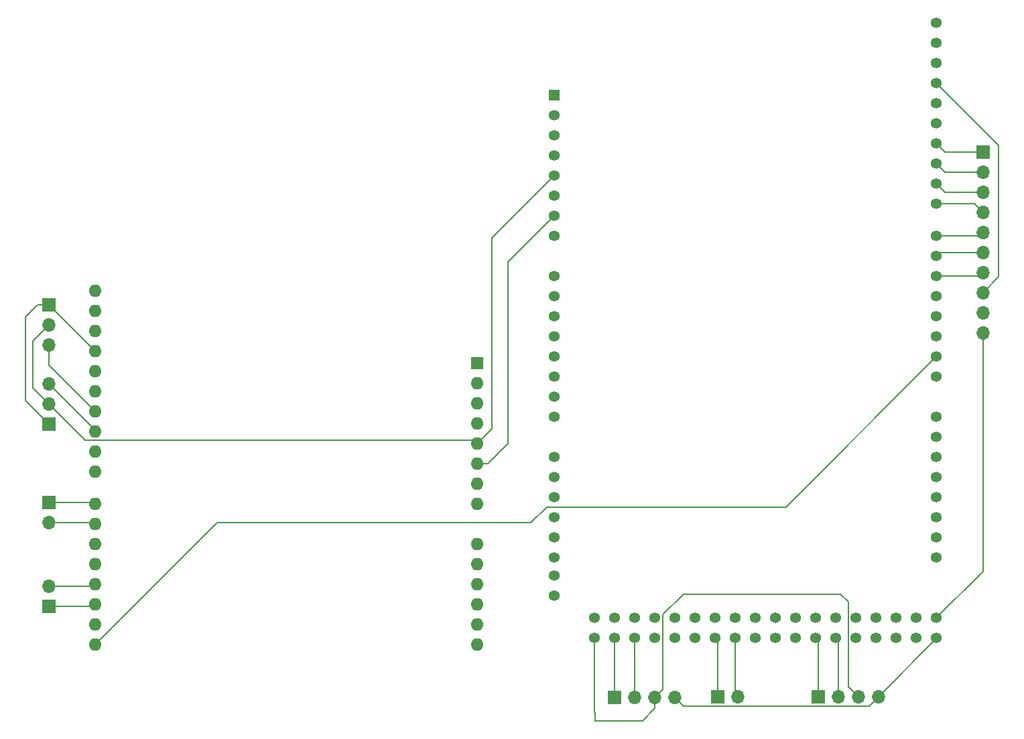
<source format=gbr>
%TF.GenerationSoftware,KiCad,Pcbnew,8.0.3*%
%TF.CreationDate,2024-07-17T21:27:29+08:00*%
%TF.ProjectId,prp_circuit_board,7072705f-6369-4726-9375-69745f626f61,rev?*%
%TF.SameCoordinates,Original*%
%TF.FileFunction,Copper,L1,Top*%
%TF.FilePolarity,Positive*%
%FSLAX46Y46*%
G04 Gerber Fmt 4.6, Leading zero omitted, Abs format (unit mm)*
G04 Created by KiCad (PCBNEW 8.0.3) date 2024-07-17 21:27:29*
%MOMM*%
%LPD*%
G01*
G04 APERTURE LIST*
%TA.AperFunction,ComponentPad*%
%ADD10R,1.700000X1.700000*%
%TD*%
%TA.AperFunction,ComponentPad*%
%ADD11O,1.700000X1.700000*%
%TD*%
%TA.AperFunction,ComponentPad*%
%ADD12C,1.358000*%
%TD*%
%TA.AperFunction,ComponentPad*%
%ADD13R,1.358000X1.358000*%
%TD*%
%TA.AperFunction,ComponentPad*%
%ADD14R,1.600000X1.600000*%
%TD*%
%TA.AperFunction,ComponentPad*%
%ADD15O,1.600000X1.600000*%
%TD*%
%TA.AperFunction,Conductor*%
%ADD16C,0.200000*%
%TD*%
G04 APERTURE END LIST*
D10*
%TO.P,VALVE1,1,Pin_1*%
%TO.N,Net-(VALVE1-Pin_1)*%
X105460000Y-143082826D03*
D11*
%TO.P,VALVE1,2,Pin_2*%
%TO.N,Net-(VALVE1-Pin_2)*%
X108000000Y-143082826D03*
%TO.P,VALVE1,3,Pin_3*%
%TO.N,GND*%
X110540000Y-143082826D03*
%TO.P,VALVE1,4,Pin_4*%
%TO.N,+5V*%
X113080000Y-143082826D03*
%TD*%
D10*
%TO.P,Receiver1,1,Pin_1*%
%TO.N,JOYSTICK_RIGHT_X*%
X152000000Y-74140000D03*
D11*
%TO.P,Receiver1,2,Pin_2*%
%TO.N,JOYSTICK_RIGHT_Y*%
X152000000Y-76680000D03*
%TO.P,Receiver1,3,Pin_3*%
%TO.N,JOYSTICK_LEFT_Y*%
X152000000Y-79220000D03*
%TO.P,Receiver1,4,Pin_4*%
%TO.N,JOYSTICK_LEFT_X*%
X152000000Y-81760000D03*
%TO.P,Receiver1,5,Pin_5*%
%TO.N,CH6_SIGNAL*%
X152000000Y-84300000D03*
%TO.P,Receiver1,6,Pin_6*%
%TO.N,PUMP_SIGNAL*%
X152000000Y-86840000D03*
%TO.P,Receiver1,7,Pin_7*%
%TO.N,ACTUATOR_SIGNAL*%
X152000000Y-89380000D03*
%TO.P,Receiver1,8,Pin_8*%
%TO.N,GND*%
X152000000Y-91920000D03*
%TO.P,Receiver1,9,Pin_9*%
%TO.N,unconnected-(Receiver1-Pin_9-Pad9)*%
X152000000Y-94460000D03*
%TO.P,Receiver1,10,Pin_10*%
%TO.N,+5V*%
X152000000Y-97000000D03*
%TD*%
D10*
%TO.P,L_PROP1,1,Pin_1*%
%TO.N,GND*%
X34000000Y-108540000D03*
D11*
%TO.P,L_PROP1,2,Pin_2*%
%TO.N,+5V*%
X34000000Y-106000000D03*
%TO.P,L_PROP1,3,Pin_3*%
%TO.N,Net-(A1-D10)*%
X34000000Y-103460000D03*
%TD*%
D12*
%TO.P,A2,VIN,VIN*%
%TO.N,unconnected-(A2-PadVIN)*%
X97870000Y-84740000D03*
%TO.P,A2,SDA,SDA*%
%TO.N,unconnected-(A2-PadSDA)*%
X146130000Y-60356000D03*
%TO.P,A2,SCL,SCL*%
%TO.N,unconnected-(A2-PadSCL)*%
X146130000Y-57816000D03*
%TO.P,A2,RESET,RESET*%
%TO.N,unconnected-(A2-PadRESET)*%
X97870000Y-72040000D03*
D13*
%TO.P,A2,NC,NC*%
%TO.N,unconnected-(A2-PadNC)*%
X97870000Y-66960000D03*
D12*
%TO.P,A2,IOREF,IOREF*%
%TO.N,unconnected-(A2-PadIOREF)*%
X97870000Y-69500000D03*
%TO.P,A2,GND5,GND5*%
%TO.N,GND*%
X102950000Y-135540000D03*
%TO.P,A2,GND4,GND4*%
X102950000Y-133000000D03*
%TO.P,A2,GND3,GND3*%
X146130000Y-65436000D03*
%TO.P,A2,GND2,GND2*%
X97870000Y-82200000D03*
%TO.P,A2,GND1,GND1*%
X97870000Y-79660000D03*
%TO.P,A2,AREF,AREF*%
%TO.N,unconnected-(A2-PadAREF)*%
X146130000Y-62896000D03*
%TO.P,A2,AD15,AD15*%
%TO.N,unconnected-(A2-PadAD15)*%
X97870000Y-130206000D03*
%TO.P,A2,AD14,AD14*%
%TO.N,unconnected-(A2-PadAD14)*%
X97870000Y-127666000D03*
%TO.P,A2,AD13,AD13*%
%TO.N,unconnected-(A2-PadAD13)*%
X97870000Y-125380000D03*
%TO.P,A2,AD12,AD12*%
%TO.N,unconnected-(A2-PadAD12)*%
X97870000Y-122840000D03*
%TO.P,A2,AD11,AD11*%
%TO.N,unconnected-(A2-PadAD11)*%
X97870000Y-120300000D03*
%TO.P,A2,AD10,AD10*%
%TO.N,unconnected-(A2-PadAD10)*%
X97870000Y-117760000D03*
%TO.P,A2,AD9,AD9*%
%TO.N,unconnected-(A2-PadAD9)*%
X97870000Y-115220000D03*
%TO.P,A2,AD8,AD8*%
%TO.N,unconnected-(A2-PadAD8)*%
X97870000Y-112680000D03*
%TO.P,A2,AD7,AD7*%
%TO.N,unconnected-(A2-PadAD7)*%
X97870000Y-107600000D03*
%TO.P,A2,AD6,AD6*%
%TO.N,unconnected-(A2-PadAD6)*%
X97870000Y-105060000D03*
%TO.P,A2,AD5,AD5*%
%TO.N,unconnected-(A2-PadAD5)*%
X97870000Y-102520000D03*
%TO.P,A2,AD4,AD4*%
%TO.N,unconnected-(A2-PadAD4)*%
X97870000Y-99980000D03*
%TO.P,A2,AD3,AD3*%
%TO.N,unconnected-(A2-PadAD3)*%
X97870000Y-97440000D03*
%TO.P,A2,AD2,AD2*%
%TO.N,unconnected-(A2-PadAD2)*%
X97870000Y-94900000D03*
%TO.P,A2,AD1,AD1*%
%TO.N,unconnected-(A2-PadAD1)*%
X97870000Y-92360000D03*
%TO.P,A2,AD0,AD0*%
%TO.N,unconnected-(A2-PadAD0)*%
X97870000Y-89820000D03*
%TO.P,A2,53,53*%
%TO.N,Net-(VALVE1-Pin_1)*%
X105490000Y-135540000D03*
%TO.P,A2,52,52*%
%TO.N,unconnected-(A2-Pad52)*%
X105490000Y-133000000D03*
%TO.P,A2,51,51*%
%TO.N,Net-(VALVE1-Pin_2)*%
X108030000Y-135540000D03*
%TO.P,A2,50,50*%
%TO.N,unconnected-(A2-Pad50)*%
X108030000Y-133000000D03*
%TO.P,A2,49,49*%
%TO.N,unconnected-(A2-Pad49)*%
X110570000Y-135540000D03*
%TO.P,A2,48,48*%
%TO.N,unconnected-(A2-Pad48)*%
X110570000Y-133000000D03*
%TO.P,A2,47,47*%
%TO.N,unconnected-(A2-Pad47)*%
X113110000Y-135540000D03*
%TO.P,A2,46,46*%
%TO.N,unconnected-(A2-Pad46)*%
X113110000Y-133000000D03*
%TO.P,A2,45,45*%
%TO.N,unconnected-(A2-Pad45)*%
X115650000Y-135540000D03*
%TO.P,A2,44,44*%
%TO.N,unconnected-(A2-Pad44)*%
X115650000Y-133000000D03*
%TO.P,A2,43,43*%
%TO.N,Net-(ACTUATOR1-Pin_1)*%
X118190000Y-135540000D03*
%TO.P,A2,42,42*%
%TO.N,unconnected-(A2-Pad42)*%
X118190000Y-133000000D03*
%TO.P,A2,41,41*%
%TO.N,Net-(ACTUATOR1-Pin_2)*%
X120730000Y-135540000D03*
%TO.P,A2,40,40*%
%TO.N,unconnected-(A2-Pad40)*%
X120730000Y-133000000D03*
%TO.P,A2,39,39*%
%TO.N,unconnected-(A2-Pad39)*%
X123270000Y-135540000D03*
%TO.P,A2,38,38*%
%TO.N,unconnected-(A2-Pad38)*%
X123270000Y-133000000D03*
%TO.P,A2,37,37*%
%TO.N,unconnected-(A2-Pad37)*%
X125810000Y-135540000D03*
%TO.P,A2,36,36*%
%TO.N,unconnected-(A2-Pad36)*%
X125810000Y-133000000D03*
%TO.P,A2,35,35*%
%TO.N,unconnected-(A2-Pad35)*%
X128350000Y-135540000D03*
%TO.P,A2,34,34*%
%TO.N,unconnected-(A2-Pad34)*%
X128350000Y-133000000D03*
%TO.P,A2,33,33*%
%TO.N,Net-(PUMPS1-Pin_1)*%
X130890000Y-135540000D03*
%TO.P,A2,32,32*%
%TO.N,unconnected-(A2-Pad32)*%
X130890000Y-133000000D03*
%TO.P,A2,31,31*%
%TO.N,Net-(PUMPS1-Pin_2)*%
X133430000Y-135540000D03*
%TO.P,A2,30,30*%
%TO.N,unconnected-(A2-Pad30)*%
X133430000Y-133000000D03*
%TO.P,A2,29,29*%
%TO.N,unconnected-(A2-Pad29)*%
X135970000Y-135540000D03*
%TO.P,A2,28,28*%
%TO.N,unconnected-(A2-Pad28)*%
X135970000Y-133000000D03*
%TO.P,A2,27,27*%
%TO.N,unconnected-(A2-Pad27)*%
X138510000Y-135540000D03*
%TO.P,A2,26,26*%
%TO.N,unconnected-(A2-Pad26)*%
X138510000Y-133000000D03*
%TO.P,A2,25,25*%
%TO.N,unconnected-(A2-Pad25)*%
X141050000Y-135540000D03*
%TO.P,A2,24,24*%
%TO.N,unconnected-(A2-Pad24)*%
X141050000Y-133000000D03*
%TO.P,A2,23,23*%
%TO.N,unconnected-(A2-Pad23)*%
X143590000Y-135540000D03*
%TO.P,A2,22,22*%
%TO.N,unconnected-(A2-Pad22)*%
X143590000Y-133000000D03*
%TO.P,A2,21,21*%
%TO.N,unconnected-(A2-Pad21)*%
X146130000Y-125380000D03*
%TO.P,A2,20,20*%
%TO.N,unconnected-(A2-Pad20)*%
X146130000Y-122840000D03*
%TO.P,A2,19,19*%
%TO.N,unconnected-(A2-Pad19)*%
X146130000Y-120300000D03*
%TO.P,A2,18,18*%
%TO.N,unconnected-(A2-Pad18)*%
X146130000Y-117760000D03*
%TO.P,A2,17,17*%
%TO.N,unconnected-(A2-Pad17)*%
X146130000Y-115220000D03*
%TO.P,A2,16,16*%
%TO.N,unconnected-(A2-Pad16)*%
X146130000Y-112680000D03*
%TO.P,A2,15,15*%
%TO.N,unconnected-(A2-Pad15)*%
X146130000Y-110140000D03*
%TO.P,A2,14,14*%
%TO.N,unconnected-(A2-Pad14)*%
X146130000Y-107600000D03*
%TO.P,A2,13,13*%
%TO.N,unconnected-(A2-Pad13)*%
X146130000Y-67976000D03*
%TO.P,A2,12,12*%
%TO.N,unconnected-(A2-Pad12)*%
X146130000Y-70516000D03*
%TO.P,A2,11,11*%
%TO.N,JOYSTICK_RIGHT_X*%
X146130000Y-73056000D03*
%TO.P,A2,10,10*%
%TO.N,JOYSTICK_RIGHT_Y*%
X146130000Y-75596000D03*
%TO.P,A2,9,9*%
%TO.N,JOYSTICK_LEFT_Y*%
X146130000Y-78136000D03*
%TO.P,A2,8,8*%
%TO.N,JOYSTICK_LEFT_X*%
X146130000Y-80676000D03*
%TO.P,A2,7,7*%
%TO.N,CH6_SIGNAL*%
X146130000Y-84740000D03*
%TO.P,A2,6,6*%
%TO.N,PUMP_SIGNAL*%
X146130000Y-87280000D03*
%TO.P,A2,5V_3,+5V_3*%
%TO.N,+5V*%
X146130000Y-135540000D03*
%TO.P,A2,5V_2,+5V_2*%
X146130000Y-133000000D03*
%TO.P,A2,5V_1,+5V_1*%
X97870000Y-77120000D03*
%TO.P,A2,5,5*%
%TO.N,ACTUATOR_SIGNAL*%
X146130000Y-89820000D03*
%TO.P,A2,4,4*%
%TO.N,unconnected-(A2-Pad4)*%
X146130000Y-92360000D03*
%TO.P,A2,3V3,+3V3*%
%TO.N,unconnected-(A2-+3V3-Pad3V3)*%
X97870000Y-74580000D03*
%TO.P,A2,3,3*%
%TO.N,unconnected-(A2-Pad3)*%
X146130000Y-94900000D03*
%TO.P,A2,2,2*%
%TO.N,unconnected-(A2-Pad2)*%
X146130000Y-97440000D03*
%TO.P,A2,1,1/TX*%
%TO.N,Net-(A1-D0{slash}RX)*%
X146130000Y-99980000D03*
%TO.P,A2,0,0/RX*%
%TO.N,unconnected-(A2-0{slash}RX-Pad0)*%
X146130000Y-102520000D03*
%TD*%
D10*
%TO.P,R_PROP1,1,Pin_1*%
%TO.N,GND*%
X34000000Y-93460000D03*
D11*
%TO.P,R_PROP1,2,Pin_2*%
%TO.N,+5V*%
X34000000Y-96000000D03*
%TO.P,R_PROP1,3,Pin_3*%
%TO.N,Net-(A1-D11)*%
X34000000Y-98540000D03*
%TD*%
D10*
%TO.P,L_TRACK1,1,Pin_1*%
%TO.N,Net-(A1-D2)*%
X34000000Y-131540000D03*
D11*
%TO.P,L_TRACK1,2,Pin_2*%
%TO.N,Net-(A1-D3)*%
X34000000Y-129000000D03*
%TD*%
D14*
%TO.P,A1,1,NC*%
%TO.N,unconnected-(A1-NC-Pad1)*%
X88130000Y-100825000D03*
D15*
%TO.P,A1,2,IOREF*%
%TO.N,unconnected-(A1-IOREF-Pad2)*%
X88130000Y-103365000D03*
%TO.P,A1,3,~{RESET}*%
%TO.N,unconnected-(A1-~{RESET}-Pad3)*%
X88130000Y-105905000D03*
%TO.P,A1,4,3V3*%
%TO.N,unconnected-(A1-3V3-Pad4)*%
X88130000Y-108445000D03*
%TO.P,A1,5,+5V*%
%TO.N,+5V*%
X88130000Y-110985000D03*
%TO.P,A1,6,GND*%
%TO.N,GND*%
X88130000Y-113525000D03*
%TO.P,A1,7,GND*%
%TO.N,unconnected-(A1-GND-Pad7)*%
X88130000Y-116065000D03*
%TO.P,A1,8,VIN*%
%TO.N,unconnected-(A1-VIN-Pad8)*%
X88130000Y-118605000D03*
%TO.P,A1,9,A0*%
%TO.N,unconnected-(A1-A0-Pad9)*%
X88130000Y-123685000D03*
%TO.P,A1,10,A1*%
%TO.N,unconnected-(A1-A1-Pad10)*%
X88130000Y-126225000D03*
%TO.P,A1,11,A2*%
%TO.N,unconnected-(A1-A2-Pad11)*%
X88130000Y-128765000D03*
%TO.P,A1,12,A3*%
%TO.N,unconnected-(A1-A3-Pad12)*%
X88130000Y-131305000D03*
%TO.P,A1,13,SDA/A4*%
%TO.N,unconnected-(A1-SDA{slash}A4-Pad13)*%
X88130000Y-133845000D03*
%TO.P,A1,14,SCL/A5*%
%TO.N,unconnected-(A1-SCL{slash}A5-Pad14)*%
X88130000Y-136385000D03*
%TO.P,A1,15,D0/RX*%
%TO.N,Net-(A1-D0{slash}RX)*%
X39870000Y-136385000D03*
%TO.P,A1,16,D1/TX*%
%TO.N,unconnected-(A1-D1{slash}TX-Pad16)*%
X39870000Y-133845000D03*
%TO.P,A1,17,D2*%
%TO.N,Net-(A1-D2)*%
X39870000Y-131305000D03*
%TO.P,A1,18,D3*%
%TO.N,Net-(A1-D3)*%
X39870000Y-128765000D03*
%TO.P,A1,19,D4*%
%TO.N,unconnected-(A1-D4-Pad19)*%
X39870000Y-126225000D03*
%TO.P,A1,20,D5*%
%TO.N,unconnected-(A1-D5-Pad20)*%
X39870000Y-123685000D03*
%TO.P,A1,21,D6*%
%TO.N,Net-(A1-D6)*%
X39870000Y-121145000D03*
%TO.P,A1,22,D7*%
%TO.N,Net-(A1-D7)*%
X39870000Y-118605000D03*
%TO.P,A1,23,D8*%
%TO.N,unconnected-(A1-D8-Pad23)*%
X39870000Y-114545000D03*
%TO.P,A1,24,D9*%
%TO.N,unconnected-(A1-D9-Pad24)*%
X39870000Y-112005000D03*
%TO.P,A1,25,D10*%
%TO.N,Net-(A1-D10)*%
X39870000Y-109465000D03*
%TO.P,A1,26,D11*%
%TO.N,Net-(A1-D11)*%
X39870000Y-106925000D03*
%TO.P,A1,27,D12*%
%TO.N,unconnected-(A1-D12-Pad27)*%
X39870000Y-104385000D03*
%TO.P,A1,28,D13*%
%TO.N,unconnected-(A1-D13-Pad28)*%
X39870000Y-101845000D03*
%TO.P,A1,29,GND*%
%TO.N,GND*%
X39870000Y-99305000D03*
%TO.P,A1,30,AREF*%
%TO.N,unconnected-(A1-AREF-Pad30)*%
X39870000Y-96765000D03*
%TO.P,A1,31,SDA/A4*%
%TO.N,unconnected-(A1-SDA{slash}A4-Pad31)*%
X39870000Y-94225000D03*
%TO.P,A1,32,SCL/A5*%
%TO.N,unconnected-(A1-SCL{slash}A5-Pad32)*%
X39870000Y-91685000D03*
%TD*%
D10*
%TO.P,R_TRACK1,1,Pin_1*%
%TO.N,Net-(A1-D7)*%
X34000000Y-118460000D03*
D11*
%TO.P,R_TRACK1,2,Pin_2*%
%TO.N,Net-(A1-D6)*%
X34000000Y-121000000D03*
%TD*%
D10*
%TO.P,PUMPS1,1,Pin_1*%
%TO.N,Net-(PUMPS1-Pin_1)*%
X131200000Y-142975000D03*
D11*
%TO.P,PUMPS1,2,Pin_2*%
%TO.N,Net-(PUMPS1-Pin_2)*%
X133740000Y-142975000D03*
%TO.P,PUMPS1,3,Pin_3*%
%TO.N,GND*%
X136280000Y-142975000D03*
%TO.P,PUMPS1,4,Pin_4*%
%TO.N,+5V*%
X138820000Y-142975000D03*
%TD*%
D10*
%TO.P,ACTUATOR1,1,Pin_1*%
%TO.N,Net-(ACTUATOR1-Pin_1)*%
X118460000Y-143000000D03*
D11*
%TO.P,ACTUATOR1,2,Pin_2*%
%TO.N,Net-(ACTUATOR1-Pin_2)*%
X121000000Y-143000000D03*
%TD*%
D16*
%TO.N,GND*%
X111549000Y-142073826D02*
X110540000Y-143082826D01*
X111549000Y-132594484D02*
X111549000Y-142073826D01*
X134991000Y-130991000D02*
X134000000Y-130000000D01*
X114143484Y-130000000D02*
X111549000Y-132594484D01*
X134991000Y-141686000D02*
X134991000Y-130991000D01*
X136280000Y-142975000D02*
X134991000Y-141686000D01*
X134000000Y-130000000D02*
X114143484Y-130000000D01*
%TO.N,+5V*%
X137645000Y-144150000D02*
X138820000Y-142975000D01*
X114147174Y-144150000D02*
X137645000Y-144150000D01*
X113080000Y-143082826D02*
X114147174Y-144150000D01*
%TO.N,GND*%
X103000000Y-146000000D02*
X103000000Y-145000000D01*
X109000000Y-146000000D02*
X103000000Y-146000000D01*
X102950000Y-144950000D02*
X102950000Y-135540000D01*
X110540000Y-144460000D02*
X109000000Y-146000000D01*
X110540000Y-143082826D02*
X110540000Y-144460000D01*
X103000000Y-145000000D02*
X102950000Y-144950000D01*
%TO.N,Net-(VALVE1-Pin_2)*%
X108000000Y-143082826D02*
X108000000Y-135570000D01*
X108000000Y-135570000D02*
X108030000Y-135540000D01*
%TO.N,Net-(VALVE1-Pin_1)*%
X105460000Y-135570000D02*
X105490000Y-135540000D01*
X105460000Y-143082826D02*
X105460000Y-135570000D01*
%TO.N,+5V*%
X146000000Y-135670000D02*
X146130000Y-135540000D01*
%TO.N,Net-(A1-D6)*%
X39725000Y-121000000D02*
X39870000Y-121145000D01*
X34000000Y-121000000D02*
X39725000Y-121000000D01*
%TO.N,Net-(A1-D2)*%
X39635000Y-131540000D02*
X39870000Y-131305000D01*
X34000000Y-131540000D02*
X39635000Y-131540000D01*
%TO.N,Net-(A1-D3)*%
X34000000Y-129000000D02*
X39635000Y-129000000D01*
X39635000Y-129000000D02*
X39870000Y-128765000D01*
%TO.N,Net-(A1-D11)*%
X34000000Y-98540000D02*
X34000000Y-101055000D01*
X34000000Y-101055000D02*
X39870000Y-106925000D01*
%TO.N,Net-(A1-D7)*%
X34000000Y-118460000D02*
X39725000Y-118460000D01*
X39725000Y-118460000D02*
X39870000Y-118605000D01*
%TO.N,+5V*%
X87710000Y-110565000D02*
X88130000Y-110985000D01*
X152000000Y-127130000D02*
X146130000Y-133000000D01*
X152000000Y-97000000D02*
X152000000Y-127130000D01*
X138820000Y-142975000D02*
X146130000Y-135665000D01*
X90000000Y-109115000D02*
X90000000Y-84990000D01*
X90000000Y-84990000D02*
X97870000Y-77120000D01*
X32000000Y-104000000D02*
X34000000Y-106000000D01*
X88130000Y-110985000D02*
X90000000Y-109115000D01*
X32000000Y-98000000D02*
X32000000Y-104000000D01*
X34000000Y-106000000D02*
X38565000Y-110565000D01*
X38565000Y-110565000D02*
X87710000Y-110565000D01*
X34000000Y-96000000D02*
X32000000Y-98000000D01*
X138820000Y-142850000D02*
X138820000Y-142975000D01*
X146130000Y-135665000D02*
X146130000Y-135540000D01*
%TO.N,Net-(A1-D10)*%
X34000000Y-103460000D02*
X39870000Y-109330000D01*
X39870000Y-109330000D02*
X39870000Y-109465000D01*
%TO.N,Net-(A1-D0{slash}RX)*%
X94892742Y-121000000D02*
X96892742Y-119000000D01*
X55255000Y-121000000D02*
X94892742Y-121000000D01*
X39870000Y-136385000D02*
X55255000Y-121000000D01*
X127110000Y-119000000D02*
X146130000Y-99980000D01*
X96892742Y-119000000D02*
X127110000Y-119000000D01*
%TO.N,JOYSTICK_RIGHT_Y*%
X147214000Y-76680000D02*
X146130000Y-75596000D01*
X152000000Y-76680000D02*
X147214000Y-76680000D01*
%TO.N,ACTUATOR_SIGNAL*%
X151560000Y-89820000D02*
X152000000Y-89380000D01*
X146130000Y-89820000D02*
X151560000Y-89820000D01*
%TO.N,CH6_SIGNAL*%
X151560000Y-84740000D02*
X152000000Y-84300000D01*
X146130000Y-84740000D02*
X151560000Y-84740000D01*
%TO.N,JOYSTICK_LEFT_X*%
X152000000Y-81760000D02*
X150916000Y-80676000D01*
X150916000Y-80676000D02*
X146130000Y-80676000D01*
%TO.N,JOYSTICK_LEFT_Y*%
X152000000Y-79220000D02*
X147214000Y-79220000D01*
X147214000Y-79220000D02*
X146130000Y-78136000D01*
%TO.N,Net-(PUMPS1-Pin_1)*%
X131200000Y-135850000D02*
X130890000Y-135540000D01*
X131200000Y-142975000D02*
X131200000Y-135850000D01*
%TO.N,PUMP_SIGNAL*%
X152000000Y-86840000D02*
X146570000Y-86840000D01*
X146570000Y-86840000D02*
X146130000Y-87280000D01*
%TO.N,Net-(PUMPS1-Pin_2)*%
X133740000Y-135850000D02*
X133430000Y-135540000D01*
X133740000Y-142975000D02*
X133740000Y-135850000D01*
%TO.N,JOYSTICK_RIGHT_X*%
X147214000Y-74140000D02*
X146130000Y-73056000D01*
X152000000Y-74140000D02*
X147214000Y-74140000D01*
%TO.N,GND*%
X154000000Y-73306000D02*
X154000000Y-89920000D01*
X34000000Y-108540000D02*
X31000000Y-105540000D01*
X31000000Y-95000000D02*
X32540000Y-93460000D01*
X32540000Y-93460000D02*
X34000000Y-93460000D01*
X34025000Y-93460000D02*
X34000000Y-93460000D01*
X154000000Y-89920000D02*
X152000000Y-91920000D01*
X92000000Y-111000000D02*
X89475000Y-113525000D01*
X39870000Y-99305000D02*
X34025000Y-93460000D01*
X31000000Y-105540000D02*
X31000000Y-95000000D01*
X89475000Y-113525000D02*
X88130000Y-113525000D01*
X97870000Y-82200000D02*
X92000000Y-88070000D01*
X146130000Y-65436000D02*
X154000000Y-73306000D01*
X92000000Y-88070000D02*
X92000000Y-111000000D01*
%TO.N,Net-(ACTUATOR1-Pin_2)*%
X120730000Y-135540000D02*
X120730000Y-142730000D01*
X120730000Y-142730000D02*
X121000000Y-143000000D01*
%TO.N,Net-(ACTUATOR1-Pin_1)*%
X118460000Y-135810000D02*
X118190000Y-135540000D01*
X118460000Y-143000000D02*
X118460000Y-135810000D01*
%TD*%
D10*
%TO.P,VALVE1,1,Pin_1*%
%TO.N,Net-(VALVE1-Pin_1)*%
X105460000Y-143082826D03*
D11*
%TO.P,VALVE1,2,Pin_2*%
%TO.N,Net-(VALVE1-Pin_2)*%
X108000000Y-143082826D03*
%TO.P,VALVE1,3,Pin_3*%
%TO.N,GND*%
X110540000Y-143082826D03*
%TO.P,VALVE1,4,Pin_4*%
%TO.N,+5V*%
X113080000Y-143082826D03*
%TD*%
D10*
%TO.P,Receiver1,1,Pin_1*%
%TO.N,JOYSTICK_RIGHT_X*%
X152000000Y-74140000D03*
D11*
%TO.P,Receiver1,2,Pin_2*%
%TO.N,JOYSTICK_RIGHT_Y*%
X152000000Y-76680000D03*
%TO.P,Receiver1,3,Pin_3*%
%TO.N,JOYSTICK_LEFT_Y*%
X152000000Y-79220000D03*
%TO.P,Receiver1,4,Pin_4*%
%TO.N,JOYSTICK_LEFT_X*%
X152000000Y-81760000D03*
%TO.P,Receiver1,5,Pin_5*%
%TO.N,CH6_SIGNAL*%
X152000000Y-84300000D03*
%TO.P,Receiver1,6,Pin_6*%
%TO.N,PUMP_SIGNAL*%
X152000000Y-86840000D03*
%TO.P,Receiver1,7,Pin_7*%
%TO.N,ACTUATOR_SIGNAL*%
X152000000Y-89380000D03*
%TO.P,Receiver1,8,Pin_8*%
%TO.N,GND*%
X152000000Y-91920000D03*
%TO.P,Receiver1,9,Pin_9*%
%TO.N,unconnected-(Receiver1-Pin_9-Pad9)*%
X152000000Y-94460000D03*
%TO.P,Receiver1,10,Pin_10*%
%TO.N,+5V*%
X152000000Y-97000000D03*
%TD*%
D10*
%TO.P,L_PROP1,1,Pin_1*%
%TO.N,GND*%
X34000000Y-108540000D03*
D11*
%TO.P,L_PROP1,2,Pin_2*%
%TO.N,+5V*%
X34000000Y-106000000D03*
%TO.P,L_PROP1,3,Pin_3*%
%TO.N,Net-(A1-D10)*%
X34000000Y-103460000D03*
%TD*%
D12*
%TO.P,A2,VIN,VIN*%
%TO.N,unconnected-(A2-PadVIN)*%
X97870000Y-84740000D03*
%TO.P,A2,SDA,SDA*%
%TO.N,unconnected-(A2-PadSDA)*%
X146130000Y-60356000D03*
%TO.P,A2,SCL,SCL*%
%TO.N,unconnected-(A2-PadSCL)*%
X146130000Y-57816000D03*
%TO.P,A2,RESET,RESET*%
%TO.N,unconnected-(A2-PadRESET)*%
X97870000Y-72040000D03*
D13*
%TO.P,A2,NC,NC*%
%TO.N,unconnected-(A2-PadNC)*%
X97870000Y-66960000D03*
D12*
%TO.P,A2,IOREF,IOREF*%
%TO.N,unconnected-(A2-PadIOREF)*%
X97870000Y-69500000D03*
%TO.P,A2,GND5,GND5*%
%TO.N,GND*%
X102950000Y-135540000D03*
%TO.P,A2,GND4,GND4*%
X102950000Y-133000000D03*
%TO.P,A2,GND3,GND3*%
X146130000Y-65436000D03*
%TO.P,A2,GND2,GND2*%
X97870000Y-82200000D03*
%TO.P,A2,GND1,GND1*%
X97870000Y-79660000D03*
%TO.P,A2,AREF,AREF*%
%TO.N,unconnected-(A2-PadAREF)*%
X146130000Y-62896000D03*
%TO.P,A2,AD15,AD15*%
%TO.N,unconnected-(A2-PadAD15)*%
X97870000Y-130206000D03*
%TO.P,A2,AD14,AD14*%
%TO.N,unconnected-(A2-PadAD14)*%
X97870000Y-127666000D03*
%TO.P,A2,AD13,AD13*%
%TO.N,unconnected-(A2-PadAD13)*%
X97870000Y-125380000D03*
%TO.P,A2,AD12,AD12*%
%TO.N,unconnected-(A2-PadAD12)*%
X97870000Y-122840000D03*
%TO.P,A2,AD11,AD11*%
%TO.N,unconnected-(A2-PadAD11)*%
X97870000Y-120300000D03*
%TO.P,A2,AD10,AD10*%
%TO.N,unconnected-(A2-PadAD10)*%
X97870000Y-117760000D03*
%TO.P,A2,AD9,AD9*%
%TO.N,unconnected-(A2-PadAD9)*%
X97870000Y-115220000D03*
%TO.P,A2,AD8,AD8*%
%TO.N,unconnected-(A2-PadAD8)*%
X97870000Y-112680000D03*
%TO.P,A2,AD7,AD7*%
%TO.N,unconnected-(A2-PadAD7)*%
X97870000Y-107600000D03*
%TO.P,A2,AD6,AD6*%
%TO.N,unconnected-(A2-PadAD6)*%
X97870000Y-105060000D03*
%TO.P,A2,AD5,AD5*%
%TO.N,unconnected-(A2-PadAD5)*%
X97870000Y-102520000D03*
%TO.P,A2,AD4,AD4*%
%TO.N,unconnected-(A2-PadAD4)*%
X97870000Y-99980000D03*
%TO.P,A2,AD3,AD3*%
%TO.N,unconnected-(A2-PadAD3)*%
X97870000Y-97440000D03*
%TO.P,A2,AD2,AD2*%
%TO.N,unconnected-(A2-PadAD2)*%
X97870000Y-94900000D03*
%TO.P,A2,AD1,AD1*%
%TO.N,unconnected-(A2-PadAD1)*%
X97870000Y-92360000D03*
%TO.P,A2,AD0,AD0*%
%TO.N,unconnected-(A2-PadAD0)*%
X97870000Y-89820000D03*
%TO.P,A2,53,53*%
%TO.N,Net-(VALVE1-Pin_1)*%
X105490000Y-135540000D03*
%TO.P,A2,52,52*%
%TO.N,unconnected-(A2-Pad52)*%
X105490000Y-133000000D03*
%TO.P,A2,51,51*%
%TO.N,Net-(VALVE1-Pin_2)*%
X108030000Y-135540000D03*
%TO.P,A2,50,50*%
%TO.N,unconnected-(A2-Pad50)*%
X108030000Y-133000000D03*
%TO.P,A2,49,49*%
%TO.N,unconnected-(A2-Pad49)*%
X110570000Y-135540000D03*
%TO.P,A2,48,48*%
%TO.N,unconnected-(A2-Pad48)*%
X110570000Y-133000000D03*
%TO.P,A2,47,47*%
%TO.N,unconnected-(A2-Pad47)*%
X113110000Y-135540000D03*
%TO.P,A2,46,46*%
%TO.N,unconnected-(A2-Pad46)*%
X113110000Y-133000000D03*
%TO.P,A2,45,45*%
%TO.N,unconnected-(A2-Pad45)*%
X115650000Y-135540000D03*
%TO.P,A2,44,44*%
%TO.N,unconnected-(A2-Pad44)*%
X115650000Y-133000000D03*
%TO.P,A2,43,43*%
%TO.N,Net-(ACTUATOR1-Pin_1)*%
X118190000Y-135540000D03*
%TO.P,A2,42,42*%
%TO.N,unconnected-(A2-Pad42)*%
X118190000Y-133000000D03*
%TO.P,A2,41,41*%
%TO.N,Net-(ACTUATOR1-Pin_2)*%
X120730000Y-135540000D03*
%TO.P,A2,40,40*%
%TO.N,unconnected-(A2-Pad40)*%
X120730000Y-133000000D03*
%TO.P,A2,39,39*%
%TO.N,unconnected-(A2-Pad39)*%
X123270000Y-135540000D03*
%TO.P,A2,38,38*%
%TO.N,unconnected-(A2-Pad38)*%
X123270000Y-133000000D03*
%TO.P,A2,37,37*%
%TO.N,unconnected-(A2-Pad37)*%
X125810000Y-135540000D03*
%TO.P,A2,36,36*%
%TO.N,unconnected-(A2-Pad36)*%
X125810000Y-133000000D03*
%TO.P,A2,35,35*%
%TO.N,unconnected-(A2-Pad35)*%
X128350000Y-135540000D03*
%TO.P,A2,34,34*%
%TO.N,unconnected-(A2-Pad34)*%
X128350000Y-133000000D03*
%TO.P,A2,33,33*%
%TO.N,Net-(PUMPS1-Pin_1)*%
X130890000Y-135540000D03*
%TO.P,A2,32,32*%
%TO.N,unconnected-(A2-Pad32)*%
X130890000Y-133000000D03*
%TO.P,A2,31,31*%
%TO.N,Net-(PUMPS1-Pin_2)*%
X133430000Y-135540000D03*
%TO.P,A2,30,30*%
%TO.N,unconnected-(A2-Pad30)*%
X133430000Y-133000000D03*
%TO.P,A2,29,29*%
%TO.N,unconnected-(A2-Pad29)*%
X135970000Y-135540000D03*
%TO.P,A2,28,28*%
%TO.N,unconnected-(A2-Pad28)*%
X135970000Y-133000000D03*
%TO.P,A2,27,27*%
%TO.N,unconnected-(A2-Pad27)*%
X138510000Y-135540000D03*
%TO.P,A2,26,26*%
%TO.N,unconnected-(A2-Pad26)*%
X138510000Y-133000000D03*
%TO.P,A2,25,25*%
%TO.N,unconnected-(A2-Pad25)*%
X141050000Y-135540000D03*
%TO.P,A2,24,24*%
%TO.N,unconnected-(A2-Pad24)*%
X141050000Y-133000000D03*
%TO.P,A2,23,23*%
%TO.N,unconnected-(A2-Pad23)*%
X143590000Y-135540000D03*
%TO.P,A2,22,22*%
%TO.N,unconnected-(A2-Pad22)*%
X143590000Y-133000000D03*
%TO.P,A2,21,21*%
%TO.N,unconnected-(A2-Pad21)*%
X146130000Y-125380000D03*
%TO.P,A2,20,20*%
%TO.N,unconnected-(A2-Pad20)*%
X146130000Y-122840000D03*
%TO.P,A2,19,19*%
%TO.N,unconnected-(A2-Pad19)*%
X146130000Y-120300000D03*
%TO.P,A2,18,18*%
%TO.N,unconnected-(A2-Pad18)*%
X146130000Y-117760000D03*
%TO.P,A2,17,17*%
%TO.N,unconnected-(A2-Pad17)*%
X146130000Y-115220000D03*
%TO.P,A2,16,16*%
%TO.N,unconnected-(A2-Pad16)*%
X146130000Y-112680000D03*
%TO.P,A2,15,15*%
%TO.N,unconnected-(A2-Pad15)*%
X146130000Y-110140000D03*
%TO.P,A2,14,14*%
%TO.N,unconnected-(A2-Pad14)*%
X146130000Y-107600000D03*
%TO.P,A2,13,13*%
%TO.N,unconnected-(A2-Pad13)*%
X146130000Y-67976000D03*
%TO.P,A2,12,12*%
%TO.N,unconnected-(A2-Pad12)*%
X146130000Y-70516000D03*
%TO.P,A2,11,11*%
%TO.N,JOYSTICK_RIGHT_X*%
X146130000Y-73056000D03*
%TO.P,A2,10,10*%
%TO.N,JOYSTICK_RIGHT_Y*%
X146130000Y-75596000D03*
%TO.P,A2,9,9*%
%TO.N,JOYSTICK_LEFT_Y*%
X146130000Y-78136000D03*
%TO.P,A2,8,8*%
%TO.N,JOYSTICK_LEFT_X*%
X146130000Y-80676000D03*
%TO.P,A2,7,7*%
%TO.N,CH6_SIGNAL*%
X146130000Y-84740000D03*
%TO.P,A2,6,6*%
%TO.N,PUMP_SIGNAL*%
X146130000Y-87280000D03*
%TO.P,A2,5V_3,+5V_3*%
%TO.N,+5V*%
X146130000Y-135540000D03*
%TO.P,A2,5V_2,+5V_2*%
X146130000Y-133000000D03*
%TO.P,A2,5V_1,+5V_1*%
X97870000Y-77120000D03*
%TO.P,A2,5,5*%
%TO.N,ACTUATOR_SIGNAL*%
X146130000Y-89820000D03*
%TO.P,A2,4,4*%
%TO.N,unconnected-(A2-Pad4)*%
X146130000Y-92360000D03*
%TO.P,A2,3V3,+3V3*%
%TO.N,unconnected-(A2-+3V3-Pad3V3)*%
X97870000Y-74580000D03*
%TO.P,A2,3,3*%
%TO.N,unconnected-(A2-Pad3)*%
X146130000Y-94900000D03*
%TO.P,A2,2,2*%
%TO.N,unconnected-(A2-Pad2)*%
X146130000Y-97440000D03*
%TO.P,A2,1,1/TX*%
%TO.N,Net-(A1-D0{slash}RX)*%
X146130000Y-99980000D03*
%TO.P,A2,0,0/RX*%
%TO.N,unconnected-(A2-0{slash}RX-Pad0)*%
X146130000Y-102520000D03*
%TD*%
D10*
%TO.P,R_PROP1,1,Pin_1*%
%TO.N,GND*%
X34000000Y-93460000D03*
D11*
%TO.P,R_PROP1,2,Pin_2*%
%TO.N,+5V*%
X34000000Y-96000000D03*
%TO.P,R_PROP1,3,Pin_3*%
%TO.N,Net-(A1-D11)*%
X34000000Y-98540000D03*
%TD*%
D10*
%TO.P,L_TRACK1,1,Pin_1*%
%TO.N,Net-(A1-D2)*%
X34000000Y-131540000D03*
D11*
%TO.P,L_TRACK1,2,Pin_2*%
%TO.N,Net-(A1-D3)*%
X34000000Y-129000000D03*
%TD*%
D14*
%TO.P,A1,1,NC*%
%TO.N,unconnected-(A1-NC-Pad1)*%
X88130000Y-100825000D03*
D15*
%TO.P,A1,2,IOREF*%
%TO.N,unconnected-(A1-IOREF-Pad2)*%
X88130000Y-103365000D03*
%TO.P,A1,3,~{RESET}*%
%TO.N,unconnected-(A1-~{RESET}-Pad3)*%
X88130000Y-105905000D03*
%TO.P,A1,4,3V3*%
%TO.N,unconnected-(A1-3V3-Pad4)*%
X88130000Y-108445000D03*
%TO.P,A1,5,+5V*%
%TO.N,+5V*%
X88130000Y-110985000D03*
%TO.P,A1,6,GND*%
%TO.N,GND*%
X88130000Y-113525000D03*
%TO.P,A1,7,GND*%
%TO.N,unconnected-(A1-GND-Pad7)*%
X88130000Y-116065000D03*
%TO.P,A1,8,VIN*%
%TO.N,unconnected-(A1-VIN-Pad8)*%
X88130000Y-118605000D03*
%TO.P,A1,9,A0*%
%TO.N,unconnected-(A1-A0-Pad9)*%
X88130000Y-123685000D03*
%TO.P,A1,10,A1*%
%TO.N,unconnected-(A1-A1-Pad10)*%
X88130000Y-126225000D03*
%TO.P,A1,11,A2*%
%TO.N,unconnected-(A1-A2-Pad11)*%
X88130000Y-128765000D03*
%TO.P,A1,12,A3*%
%TO.N,unconnected-(A1-A3-Pad12)*%
X88130000Y-131305000D03*
%TO.P,A1,13,SDA/A4*%
%TO.N,unconnected-(A1-SDA{slash}A4-Pad13)*%
X88130000Y-133845000D03*
%TO.P,A1,14,SCL/A5*%
%TO.N,unconnected-(A1-SCL{slash}A5-Pad14)*%
X88130000Y-136385000D03*
%TO.P,A1,15,D0/RX*%
%TO.N,Net-(A1-D0{slash}RX)*%
X39870000Y-136385000D03*
%TO.P,A1,16,D1/TX*%
%TO.N,unconnected-(A1-D1{slash}TX-Pad16)*%
X39870000Y-133845000D03*
%TO.P,A1,17,D2*%
%TO.N,Net-(A1-D2)*%
X39870000Y-131305000D03*
%TO.P,A1,18,D3*%
%TO.N,Net-(A1-D3)*%
X39870000Y-128765000D03*
%TO.P,A1,19,D4*%
%TO.N,unconnected-(A1-D4-Pad19)*%
X39870000Y-126225000D03*
%TO.P,A1,20,D5*%
%TO.N,unconnected-(A1-D5-Pad20)*%
X39870000Y-123685000D03*
%TO.P,A1,21,D6*%
%TO.N,Net-(A1-D6)*%
X39870000Y-121145000D03*
%TO.P,A1,22,D7*%
%TO.N,Net-(A1-D7)*%
X39870000Y-118605000D03*
%TO.P,A1,23,D8*%
%TO.N,unconnected-(A1-D8-Pad23)*%
X39870000Y-114545000D03*
%TO.P,A1,24,D9*%
%TO.N,unconnected-(A1-D9-Pad24)*%
X39870000Y-112005000D03*
%TO.P,A1,25,D10*%
%TO.N,Net-(A1-D10)*%
X39870000Y-109465000D03*
%TO.P,A1,26,D11*%
%TO.N,Net-(A1-D11)*%
X39870000Y-106925000D03*
%TO.P,A1,27,D12*%
%TO.N,unconnected-(A1-D12-Pad27)*%
X39870000Y-104385000D03*
%TO.P,A1,28,D13*%
%TO.N,unconnected-(A1-D13-Pad28)*%
X39870000Y-101845000D03*
%TO.P,A1,29,GND*%
%TO.N,GND*%
X39870000Y-99305000D03*
%TO.P,A1,30,AREF*%
%TO.N,unconnected-(A1-AREF-Pad30)*%
X39870000Y-96765000D03*
%TO.P,A1,31,SDA/A4*%
%TO.N,unconnected-(A1-SDA{slash}A4-Pad31)*%
X39870000Y-94225000D03*
%TO.P,A1,32,SCL/A5*%
%TO.N,unconnected-(A1-SCL{slash}A5-Pad32)*%
X39870000Y-91685000D03*
%TD*%
D10*
%TO.P,R_TRACK1,1,Pin_1*%
%TO.N,Net-(A1-D7)*%
X34000000Y-118460000D03*
D11*
%TO.P,R_TRACK1,2,Pin_2*%
%TO.N,Net-(A1-D6)*%
X34000000Y-121000000D03*
%TD*%
D10*
%TO.P,PUMPS1,1,Pin_1*%
%TO.N,Net-(PUMPS1-Pin_1)*%
X131200000Y-142975000D03*
D11*
%TO.P,PUMPS1,2,Pin_2*%
%TO.N,Net-(PUMPS1-Pin_2)*%
X133740000Y-142975000D03*
%TO.P,PUMPS1,3,Pin_3*%
%TO.N,GND*%
X136280000Y-142975000D03*
%TO.P,PUMPS1,4,Pin_4*%
%TO.N,+5V*%
X138820000Y-142975000D03*
%TD*%
D10*
%TO.P,ACTUATOR1,1,Pin_1*%
%TO.N,Net-(ACTUATOR1-Pin_1)*%
X118460000Y-143000000D03*
D11*
%TO.P,ACTUATOR1,2,Pin_2*%
%TO.N,Net-(ACTUATOR1-Pin_2)*%
X121000000Y-143000000D03*
%TD*%
M02*

</source>
